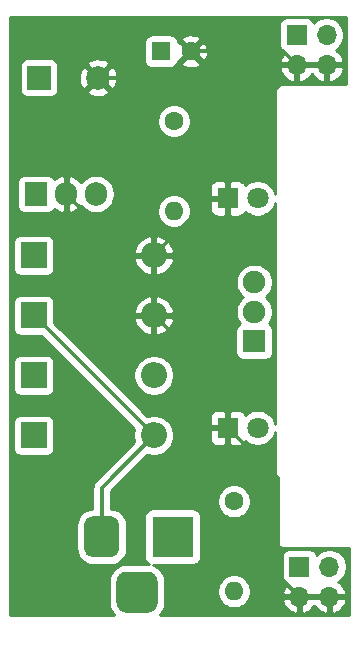
<source format=gbr>
%TF.GenerationSoftware,KiCad,Pcbnew,(5.1.9)-1*%
%TF.CreationDate,2021-10-20T23:10:06+02:00*%
%TF.ProjectId,BreadBoardPowerSupply,42726561-6442-46f6-9172-64506f776572,V1*%
%TF.SameCoordinates,Original*%
%TF.FileFunction,Copper,L2,Bot*%
%TF.FilePolarity,Positive*%
%FSLAX46Y46*%
G04 Gerber Fmt 4.6, Leading zero omitted, Abs format (unit mm)*
G04 Created by KiCad (PCBNEW (5.1.9)-1) date 2021-10-20 23:10:06*
%MOMM*%
%LPD*%
G01*
G04 APERTURE LIST*
%TA.AperFunction,ComponentPad*%
%ADD10R,2.000000X2.000000*%
%TD*%
%TA.AperFunction,ComponentPad*%
%ADD11C,2.000000*%
%TD*%
%TA.AperFunction,ComponentPad*%
%ADD12R,1.600000X1.600000*%
%TD*%
%TA.AperFunction,ComponentPad*%
%ADD13C,1.600000*%
%TD*%
%TA.AperFunction,ComponentPad*%
%ADD14R,2.200000X2.200000*%
%TD*%
%TA.AperFunction,ComponentPad*%
%ADD15O,2.200000X2.200000*%
%TD*%
%TA.AperFunction,ComponentPad*%
%ADD16R,1.800000X1.800000*%
%TD*%
%TA.AperFunction,ComponentPad*%
%ADD17C,1.800000*%
%TD*%
%TA.AperFunction,ComponentPad*%
%ADD18R,3.500000X3.500000*%
%TD*%
%TA.AperFunction,ComponentPad*%
%ADD19R,1.700000X1.700000*%
%TD*%
%TA.AperFunction,ComponentPad*%
%ADD20O,1.700000X1.700000*%
%TD*%
%TA.AperFunction,ComponentPad*%
%ADD21O,1.600000X1.600000*%
%TD*%
%TA.AperFunction,ComponentPad*%
%ADD22R,1.900000X1.900000*%
%TD*%
%TA.AperFunction,ComponentPad*%
%ADD23C,1.900000*%
%TD*%
%TA.AperFunction,ComponentPad*%
%ADD24R,1.905000X2.000000*%
%TD*%
%TA.AperFunction,ComponentPad*%
%ADD25O,1.905000X2.000000*%
%TD*%
%TA.AperFunction,Conductor*%
%ADD26C,0.300000*%
%TD*%
%TA.AperFunction,Conductor*%
%ADD27C,0.254000*%
%TD*%
%TA.AperFunction,Conductor*%
%ADD28C,0.100000*%
%TD*%
G04 APERTURE END LIST*
D10*
%TO.P,C1,1*%
%TO.N,/Vin*%
X131381500Y-68135500D03*
D11*
%TO.P,C1,2*%
%TO.N,/GND*%
X136381500Y-68135500D03*
%TD*%
D12*
%TO.P,C2,1*%
%TO.N,/Vout1*%
X141732000Y-65913000D03*
D13*
%TO.P,C2,2*%
%TO.N,/GND*%
X144232000Y-65913000D03*
%TD*%
D14*
%TO.P,D1,1*%
%TO.N,/Vin*%
X130937000Y-93345000D03*
D15*
%TO.P,D1,2*%
%TO.N,Net-(D1-Pad2)*%
X141097000Y-93345000D03*
%TD*%
D14*
%TO.P,D2,1*%
%TO.N,Net-(D1-Pad2)*%
X130937000Y-83185000D03*
D15*
%TO.P,D2,2*%
%TO.N,/GND*%
X141097000Y-83185000D03*
%TD*%
%TO.P,D3,2*%
%TO.N,Net-(D3-Pad2)*%
X141097000Y-98425000D03*
D14*
%TO.P,D3,1*%
%TO.N,/Vin*%
X130937000Y-98425000D03*
%TD*%
D15*
%TO.P,D4,2*%
%TO.N,/GND*%
X141097000Y-88265000D03*
D14*
%TO.P,D4,1*%
%TO.N,Net-(D3-Pad2)*%
X130937000Y-88265000D03*
%TD*%
D16*
%TO.P,D5,1*%
%TO.N,/GND*%
X147356000Y-97790000D03*
D17*
%TO.P,D5,2*%
%TO.N,Net-(D5-Pad2)*%
X149896000Y-97790000D03*
%TD*%
%TO.P,D6,2*%
%TO.N,Net-(D6-Pad2)*%
X149896000Y-78359000D03*
D16*
%TO.P,D6,1*%
%TO.N,/GND*%
X147356000Y-78359000D03*
%TD*%
D18*
%TO.P,J1,1*%
%TO.N,Net-(D1-Pad2)*%
X142684500Y-106997500D03*
%TO.P,J1,2*%
%TO.N,Net-(D3-Pad2)*%
%TA.AperFunction,ComponentPad*%
G36*
G01*
X135184500Y-107997500D02*
X135184500Y-105997500D01*
G75*
G02*
X135934500Y-105247500I750000J0D01*
G01*
X137434500Y-105247500D01*
G75*
G02*
X138184500Y-105997500I0J-750000D01*
G01*
X138184500Y-107997500D01*
G75*
G02*
X137434500Y-108747500I-750000J0D01*
G01*
X135934500Y-108747500D01*
G75*
G02*
X135184500Y-107997500I0J750000D01*
G01*
G37*
%TD.AperFunction*%
%TO.P,J1,3*%
%TO.N,Net-(J1-Pad3)*%
%TA.AperFunction,ComponentPad*%
G36*
G01*
X137934500Y-112572500D02*
X137934500Y-110822500D01*
G75*
G02*
X138809500Y-109947500I875000J0D01*
G01*
X140559500Y-109947500D01*
G75*
G02*
X141434500Y-110822500I0J-875000D01*
G01*
X141434500Y-112572500D01*
G75*
G02*
X140559500Y-113447500I-875000J0D01*
G01*
X138809500Y-113447500D01*
G75*
G02*
X137934500Y-112572500I0J875000D01*
G01*
G37*
%TD.AperFunction*%
%TD*%
D19*
%TO.P,J2,1*%
%TO.N,/Vout2*%
X153190000Y-64516000D03*
D20*
%TO.P,J2,2*%
X155730000Y-64516000D03*
%TO.P,J2,3*%
%TO.N,/GND*%
X153190000Y-67056000D03*
%TO.P,J2,4*%
X155730000Y-67056000D03*
%TD*%
%TO.P,J3,4*%
%TO.N,/GND*%
X155964000Y-112068000D03*
%TO.P,J3,3*%
X153424000Y-112068000D03*
%TO.P,J3,2*%
%TO.N,/Vout2*%
X155964000Y-109528000D03*
D19*
%TO.P,J3,1*%
X153424000Y-109528000D03*
%TD*%
D21*
%TO.P,R1,2*%
%TO.N,Net-(D5-Pad2)*%
X147891500Y-111633000D03*
D13*
%TO.P,R1,1*%
%TO.N,/Vout1*%
X147891500Y-104013000D03*
%TD*%
%TO.P,R2,1*%
%TO.N,/Vout2*%
X142811500Y-71818500D03*
D21*
%TO.P,R2,2*%
%TO.N,Net-(D6-Pad2)*%
X142811500Y-79438500D03*
%TD*%
D22*
%TO.P,SW1,1*%
%TO.N,Net-(SW1-Pad1)*%
X149606000Y-90454500D03*
D23*
%TO.P,SW1,2*%
%TO.N,/Vout1*%
X149606000Y-87954500D03*
%TO.P,SW1,3*%
%TO.N,/Vout2*%
X149606000Y-85454500D03*
%TD*%
D24*
%TO.P,U1,1*%
%TO.N,/Vin*%
X131127500Y-77978000D03*
D25*
%TO.P,U1,2*%
%TO.N,/GND*%
X133667500Y-77978000D03*
%TO.P,U1,3*%
%TO.N,/Vout1*%
X136207500Y-77978000D03*
%TD*%
D26*
%TO.N,/GND*%
X155964000Y-112068000D02*
X153424000Y-112068000D01*
X151574990Y-102008990D02*
X147356000Y-97790000D01*
X151574990Y-110218990D02*
X151574990Y-102008990D01*
X153424000Y-112068000D02*
X151574990Y-110218990D01*
X147356000Y-94524000D02*
X141097000Y-88265000D01*
X147356000Y-97790000D02*
X147356000Y-94524000D01*
X141097000Y-88265000D02*
X141097000Y-83185000D01*
X145923000Y-78359000D02*
X147356000Y-78359000D01*
X141097000Y-83185000D02*
X145923000Y-78359000D01*
X138874500Y-83185000D02*
X133667500Y-77978000D01*
X141097000Y-83185000D02*
X138874500Y-83185000D01*
X133667500Y-70849500D02*
X136381500Y-68135500D01*
X133667500Y-77978000D02*
X133667500Y-70849500D01*
X142009500Y-68135500D02*
X144232000Y-65913000D01*
X136381500Y-68135500D02*
X142009500Y-68135500D01*
X152047000Y-65913000D02*
X153190000Y-67056000D01*
X144232000Y-65913000D02*
X152047000Y-65913000D01*
X153190000Y-67056000D02*
X155730000Y-67056000D01*
%TO.N,Net-(D3-Pad2)*%
X136684500Y-102837500D02*
X141097000Y-98425000D01*
X136684500Y-106997500D02*
X136684500Y-102837500D01*
X141097000Y-98425000D02*
X130937000Y-88265000D01*
%TD*%
D27*
%TO.N,/GND*%
X157390000Y-68640000D02*
X152082419Y-68640000D01*
X152050000Y-68636807D01*
X152017581Y-68640000D01*
X151920617Y-68649550D01*
X151796207Y-68687290D01*
X151681550Y-68748575D01*
X151581052Y-68831052D01*
X151498575Y-68931550D01*
X151437290Y-69046207D01*
X151399550Y-69170617D01*
X151386807Y-69300000D01*
X151390001Y-69332429D01*
X151390001Y-78001698D01*
X151372011Y-77911257D01*
X151256299Y-77631905D01*
X151088312Y-77380495D01*
X150874505Y-77166688D01*
X150623095Y-76998701D01*
X150343743Y-76882989D01*
X150047184Y-76824000D01*
X149744816Y-76824000D01*
X149448257Y-76882989D01*
X149168905Y-76998701D01*
X148917495Y-77166688D01*
X148851056Y-77233127D01*
X148845502Y-77214820D01*
X148786537Y-77104506D01*
X148707185Y-77007815D01*
X148610494Y-76928463D01*
X148500180Y-76869498D01*
X148380482Y-76833188D01*
X148256000Y-76820928D01*
X147641750Y-76824000D01*
X147483000Y-76982750D01*
X147483000Y-78232000D01*
X147503000Y-78232000D01*
X147503000Y-78486000D01*
X147483000Y-78486000D01*
X147483000Y-79735250D01*
X147641750Y-79894000D01*
X148256000Y-79897072D01*
X148380482Y-79884812D01*
X148500180Y-79848502D01*
X148610494Y-79789537D01*
X148707185Y-79710185D01*
X148786537Y-79613494D01*
X148845502Y-79503180D01*
X148851056Y-79484873D01*
X148917495Y-79551312D01*
X149168905Y-79719299D01*
X149448257Y-79835011D01*
X149744816Y-79894000D01*
X150047184Y-79894000D01*
X150343743Y-79835011D01*
X150623095Y-79719299D01*
X150874505Y-79551312D01*
X151088312Y-79337505D01*
X151256299Y-79086095D01*
X151372011Y-78806743D01*
X151390001Y-78716302D01*
X151390000Y-97432696D01*
X151372011Y-97342257D01*
X151256299Y-97062905D01*
X151088312Y-96811495D01*
X150874505Y-96597688D01*
X150623095Y-96429701D01*
X150343743Y-96313989D01*
X150047184Y-96255000D01*
X149744816Y-96255000D01*
X149448257Y-96313989D01*
X149168905Y-96429701D01*
X148917495Y-96597688D01*
X148851056Y-96664127D01*
X148845502Y-96645820D01*
X148786537Y-96535506D01*
X148707185Y-96438815D01*
X148610494Y-96359463D01*
X148500180Y-96300498D01*
X148380482Y-96264188D01*
X148256000Y-96251928D01*
X147641750Y-96255000D01*
X147483000Y-96413750D01*
X147483000Y-97663000D01*
X147503000Y-97663000D01*
X147503000Y-97917000D01*
X147483000Y-97917000D01*
X147483000Y-99166250D01*
X147641750Y-99325000D01*
X148256000Y-99328072D01*
X148380482Y-99315812D01*
X148500180Y-99279502D01*
X148610494Y-99220537D01*
X148707185Y-99141185D01*
X148786537Y-99044494D01*
X148845502Y-98934180D01*
X148851056Y-98915873D01*
X148917495Y-98982312D01*
X149168905Y-99150299D01*
X149448257Y-99266011D01*
X149744816Y-99325000D01*
X150047184Y-99325000D01*
X150343743Y-99266011D01*
X150623095Y-99150299D01*
X150874505Y-98982312D01*
X151088312Y-98768505D01*
X151256299Y-98517095D01*
X151372011Y-98237743D01*
X151390000Y-98147305D01*
X151390000Y-107267581D01*
X151386807Y-107300000D01*
X151399550Y-107429383D01*
X151437290Y-107553793D01*
X151498575Y-107668450D01*
X151546014Y-107726254D01*
X151581052Y-107768948D01*
X151681550Y-107851425D01*
X151796207Y-107912710D01*
X151920617Y-107950450D01*
X152050000Y-107963193D01*
X152082419Y-107960000D01*
X157610001Y-107960000D01*
X157610000Y-113640000D01*
X141631375Y-113640000D01*
X141817573Y-113413118D01*
X141957396Y-113151528D01*
X142043499Y-112867686D01*
X142072572Y-112572500D01*
X142072572Y-111491665D01*
X146456500Y-111491665D01*
X146456500Y-111774335D01*
X146511647Y-112051574D01*
X146619820Y-112312727D01*
X146776863Y-112547759D01*
X146976741Y-112747637D01*
X147211773Y-112904680D01*
X147472926Y-113012853D01*
X147750165Y-113068000D01*
X148032835Y-113068000D01*
X148310074Y-113012853D01*
X148571227Y-112904680D01*
X148806259Y-112747637D01*
X149006137Y-112547759D01*
X149088235Y-112424890D01*
X151982524Y-112424890D01*
X152027175Y-112572099D01*
X152152359Y-112834920D01*
X152326412Y-113068269D01*
X152542645Y-113263178D01*
X152792748Y-113412157D01*
X153067109Y-113509481D01*
X153297000Y-113388814D01*
X153297000Y-112195000D01*
X153551000Y-112195000D01*
X153551000Y-113388814D01*
X153780891Y-113509481D01*
X154055252Y-113412157D01*
X154305355Y-113263178D01*
X154521588Y-113068269D01*
X154694000Y-112837120D01*
X154866412Y-113068269D01*
X155082645Y-113263178D01*
X155332748Y-113412157D01*
X155607109Y-113509481D01*
X155837000Y-113388814D01*
X155837000Y-112195000D01*
X156091000Y-112195000D01*
X156091000Y-113388814D01*
X156320891Y-113509481D01*
X156595252Y-113412157D01*
X156845355Y-113263178D01*
X157061588Y-113068269D01*
X157235641Y-112834920D01*
X157360825Y-112572099D01*
X157405476Y-112424890D01*
X157284155Y-112195000D01*
X156091000Y-112195000D01*
X155837000Y-112195000D01*
X153551000Y-112195000D01*
X153297000Y-112195000D01*
X152103845Y-112195000D01*
X151982524Y-112424890D01*
X149088235Y-112424890D01*
X149163180Y-112312727D01*
X149271353Y-112051574D01*
X149326500Y-111774335D01*
X149326500Y-111491665D01*
X149271353Y-111214426D01*
X149163180Y-110953273D01*
X149006137Y-110718241D01*
X148806259Y-110518363D01*
X148571227Y-110361320D01*
X148310074Y-110253147D01*
X148032835Y-110198000D01*
X147750165Y-110198000D01*
X147472926Y-110253147D01*
X147211773Y-110361320D01*
X146976741Y-110518363D01*
X146776863Y-110718241D01*
X146619820Y-110953273D01*
X146511647Y-111214426D01*
X146456500Y-111491665D01*
X142072572Y-111491665D01*
X142072572Y-110822500D01*
X142043499Y-110527314D01*
X141957396Y-110243472D01*
X141817573Y-109981882D01*
X141629403Y-109752597D01*
X141400118Y-109564427D01*
X141138528Y-109424604D01*
X141009857Y-109385572D01*
X144434500Y-109385572D01*
X144558982Y-109373312D01*
X144678680Y-109337002D01*
X144788994Y-109278037D01*
X144885685Y-109198685D01*
X144965037Y-109101994D01*
X145024002Y-108991680D01*
X145060312Y-108871982D01*
X145072572Y-108747500D01*
X145072572Y-108678000D01*
X151935928Y-108678000D01*
X151935928Y-110378000D01*
X151948188Y-110502482D01*
X151984498Y-110622180D01*
X152043463Y-110732494D01*
X152122815Y-110829185D01*
X152219506Y-110908537D01*
X152329820Y-110967502D01*
X152410466Y-110991966D01*
X152326412Y-111067731D01*
X152152359Y-111301080D01*
X152027175Y-111563901D01*
X151982524Y-111711110D01*
X152103845Y-111941000D01*
X153297000Y-111941000D01*
X153297000Y-111921000D01*
X153551000Y-111921000D01*
X153551000Y-111941000D01*
X155837000Y-111941000D01*
X155837000Y-111921000D01*
X156091000Y-111921000D01*
X156091000Y-111941000D01*
X157284155Y-111941000D01*
X157405476Y-111711110D01*
X157360825Y-111563901D01*
X157235641Y-111301080D01*
X157061588Y-111067731D01*
X156845355Y-110872822D01*
X156728466Y-110803195D01*
X156910632Y-110681475D01*
X157117475Y-110474632D01*
X157279990Y-110231411D01*
X157391932Y-109961158D01*
X157449000Y-109674260D01*
X157449000Y-109381740D01*
X157391932Y-109094842D01*
X157279990Y-108824589D01*
X157117475Y-108581368D01*
X156910632Y-108374525D01*
X156667411Y-108212010D01*
X156397158Y-108100068D01*
X156110260Y-108043000D01*
X155817740Y-108043000D01*
X155530842Y-108100068D01*
X155260589Y-108212010D01*
X155017368Y-108374525D01*
X154885513Y-108506380D01*
X154863502Y-108433820D01*
X154804537Y-108323506D01*
X154725185Y-108226815D01*
X154628494Y-108147463D01*
X154518180Y-108088498D01*
X154398482Y-108052188D01*
X154274000Y-108039928D01*
X152574000Y-108039928D01*
X152449518Y-108052188D01*
X152329820Y-108088498D01*
X152219506Y-108147463D01*
X152122815Y-108226815D01*
X152043463Y-108323506D01*
X151984498Y-108433820D01*
X151948188Y-108553518D01*
X151935928Y-108678000D01*
X145072572Y-108678000D01*
X145072572Y-105247500D01*
X145060312Y-105123018D01*
X145024002Y-105003320D01*
X144965037Y-104893006D01*
X144885685Y-104796315D01*
X144788994Y-104716963D01*
X144678680Y-104657998D01*
X144558982Y-104621688D01*
X144434500Y-104609428D01*
X140934500Y-104609428D01*
X140810018Y-104621688D01*
X140690320Y-104657998D01*
X140580006Y-104716963D01*
X140483315Y-104796315D01*
X140403963Y-104893006D01*
X140344998Y-105003320D01*
X140308688Y-105123018D01*
X140296428Y-105247500D01*
X140296428Y-108747500D01*
X140308688Y-108871982D01*
X140344998Y-108991680D01*
X140403963Y-109101994D01*
X140483315Y-109198685D01*
X140580006Y-109278037D01*
X140656631Y-109318994D01*
X140559500Y-109309428D01*
X138809500Y-109309428D01*
X138514314Y-109338501D01*
X138230472Y-109424604D01*
X137968882Y-109564427D01*
X137739597Y-109752597D01*
X137551427Y-109981882D01*
X137411604Y-110243472D01*
X137325501Y-110527314D01*
X137296428Y-110822500D01*
X137296428Y-112572500D01*
X137325501Y-112867686D01*
X137411604Y-113151528D01*
X137551427Y-113413118D01*
X137737625Y-113640000D01*
X128930000Y-113640000D01*
X128930000Y-97325000D01*
X129198928Y-97325000D01*
X129198928Y-99525000D01*
X129211188Y-99649482D01*
X129247498Y-99769180D01*
X129306463Y-99879494D01*
X129385815Y-99976185D01*
X129482506Y-100055537D01*
X129592820Y-100114502D01*
X129712518Y-100150812D01*
X129837000Y-100163072D01*
X132037000Y-100163072D01*
X132161482Y-100150812D01*
X132281180Y-100114502D01*
X132391494Y-100055537D01*
X132488185Y-99976185D01*
X132567537Y-99879494D01*
X132626502Y-99769180D01*
X132662812Y-99649482D01*
X132675072Y-99525000D01*
X132675072Y-97325000D01*
X132662812Y-97200518D01*
X132626502Y-97080820D01*
X132567537Y-96970506D01*
X132488185Y-96873815D01*
X132391494Y-96794463D01*
X132281180Y-96735498D01*
X132161482Y-96699188D01*
X132037000Y-96686928D01*
X129837000Y-96686928D01*
X129712518Y-96699188D01*
X129592820Y-96735498D01*
X129482506Y-96794463D01*
X129385815Y-96873815D01*
X129306463Y-96970506D01*
X129247498Y-97080820D01*
X129211188Y-97200518D01*
X129198928Y-97325000D01*
X128930000Y-97325000D01*
X128930000Y-92245000D01*
X129198928Y-92245000D01*
X129198928Y-94445000D01*
X129211188Y-94569482D01*
X129247498Y-94689180D01*
X129306463Y-94799494D01*
X129385815Y-94896185D01*
X129482506Y-94975537D01*
X129592820Y-95034502D01*
X129712518Y-95070812D01*
X129837000Y-95083072D01*
X132037000Y-95083072D01*
X132161482Y-95070812D01*
X132281180Y-95034502D01*
X132391494Y-94975537D01*
X132488185Y-94896185D01*
X132567537Y-94799494D01*
X132626502Y-94689180D01*
X132662812Y-94569482D01*
X132675072Y-94445000D01*
X132675072Y-92245000D01*
X132662812Y-92120518D01*
X132626502Y-92000820D01*
X132567537Y-91890506D01*
X132488185Y-91793815D01*
X132391494Y-91714463D01*
X132281180Y-91655498D01*
X132161482Y-91619188D01*
X132037000Y-91606928D01*
X129837000Y-91606928D01*
X129712518Y-91619188D01*
X129592820Y-91655498D01*
X129482506Y-91714463D01*
X129385815Y-91793815D01*
X129306463Y-91890506D01*
X129247498Y-92000820D01*
X129211188Y-92120518D01*
X129198928Y-92245000D01*
X128930000Y-92245000D01*
X128930000Y-87165000D01*
X129198928Y-87165000D01*
X129198928Y-89365000D01*
X129211188Y-89489482D01*
X129247498Y-89609180D01*
X129306463Y-89719494D01*
X129385815Y-89816185D01*
X129482506Y-89895537D01*
X129592820Y-89954502D01*
X129712518Y-89990812D01*
X129837000Y-90003072D01*
X131564915Y-90003072D01*
X139443931Y-97882088D01*
X139428675Y-97918919D01*
X139362000Y-98254117D01*
X139362000Y-98595883D01*
X139428675Y-98931081D01*
X139443931Y-98967912D01*
X136156685Y-102255158D01*
X136126737Y-102279736D01*
X136102159Y-102309684D01*
X136102155Y-102309688D01*
X136069190Y-102349856D01*
X136028639Y-102399267D01*
X135989677Y-102472160D01*
X135955746Y-102535641D01*
X135910859Y-102683614D01*
X135895703Y-102837500D01*
X135899501Y-102876063D01*
X135899501Y-104612875D01*
X135663701Y-104636099D01*
X135403308Y-104715089D01*
X135163329Y-104843360D01*
X134952985Y-105015985D01*
X134780360Y-105226329D01*
X134652089Y-105466308D01*
X134573099Y-105726701D01*
X134546428Y-105997500D01*
X134546428Y-107997500D01*
X134573099Y-108268299D01*
X134652089Y-108528692D01*
X134780360Y-108768671D01*
X134952985Y-108979015D01*
X135163329Y-109151640D01*
X135403308Y-109279911D01*
X135663701Y-109358901D01*
X135934500Y-109385572D01*
X137434500Y-109385572D01*
X137705299Y-109358901D01*
X137965692Y-109279911D01*
X138205671Y-109151640D01*
X138416015Y-108979015D01*
X138588640Y-108768671D01*
X138716911Y-108528692D01*
X138795901Y-108268299D01*
X138822572Y-107997500D01*
X138822572Y-105997500D01*
X138795901Y-105726701D01*
X138716911Y-105466308D01*
X138588640Y-105226329D01*
X138416015Y-105015985D01*
X138205671Y-104843360D01*
X137965692Y-104715089D01*
X137705299Y-104636099D01*
X137469500Y-104612875D01*
X137469500Y-103871665D01*
X146456500Y-103871665D01*
X146456500Y-104154335D01*
X146511647Y-104431574D01*
X146619820Y-104692727D01*
X146776863Y-104927759D01*
X146976741Y-105127637D01*
X147211773Y-105284680D01*
X147472926Y-105392853D01*
X147750165Y-105448000D01*
X148032835Y-105448000D01*
X148310074Y-105392853D01*
X148571227Y-105284680D01*
X148806259Y-105127637D01*
X149006137Y-104927759D01*
X149163180Y-104692727D01*
X149271353Y-104431574D01*
X149326500Y-104154335D01*
X149326500Y-103871665D01*
X149271353Y-103594426D01*
X149163180Y-103333273D01*
X149006137Y-103098241D01*
X148806259Y-102898363D01*
X148571227Y-102741320D01*
X148310074Y-102633147D01*
X148032835Y-102578000D01*
X147750165Y-102578000D01*
X147472926Y-102633147D01*
X147211773Y-102741320D01*
X146976741Y-102898363D01*
X146776863Y-103098241D01*
X146619820Y-103333273D01*
X146511647Y-103594426D01*
X146456500Y-103871665D01*
X137469500Y-103871665D01*
X137469500Y-103162657D01*
X140554088Y-100078069D01*
X140590919Y-100093325D01*
X140926117Y-100160000D01*
X141267883Y-100160000D01*
X141603081Y-100093325D01*
X141918831Y-99962537D01*
X142202998Y-99772663D01*
X142444663Y-99530998D01*
X142634537Y-99246831D01*
X142765325Y-98931081D01*
X142813278Y-98690000D01*
X145817928Y-98690000D01*
X145830188Y-98814482D01*
X145866498Y-98934180D01*
X145925463Y-99044494D01*
X146004815Y-99141185D01*
X146101506Y-99220537D01*
X146211820Y-99279502D01*
X146331518Y-99315812D01*
X146456000Y-99328072D01*
X147070250Y-99325000D01*
X147229000Y-99166250D01*
X147229000Y-97917000D01*
X145979750Y-97917000D01*
X145821000Y-98075750D01*
X145817928Y-98690000D01*
X142813278Y-98690000D01*
X142832000Y-98595883D01*
X142832000Y-98254117D01*
X142765325Y-97918919D01*
X142634537Y-97603169D01*
X142444663Y-97319002D01*
X142202998Y-97077337D01*
X141922628Y-96890000D01*
X145817928Y-96890000D01*
X145821000Y-97504250D01*
X145979750Y-97663000D01*
X147229000Y-97663000D01*
X147229000Y-96413750D01*
X147070250Y-96255000D01*
X146456000Y-96251928D01*
X146331518Y-96264188D01*
X146211820Y-96300498D01*
X146101506Y-96359463D01*
X146004815Y-96438815D01*
X145925463Y-96535506D01*
X145866498Y-96645820D01*
X145830188Y-96765518D01*
X145817928Y-96890000D01*
X141922628Y-96890000D01*
X141918831Y-96887463D01*
X141603081Y-96756675D01*
X141267883Y-96690000D01*
X140926117Y-96690000D01*
X140590919Y-96756675D01*
X140554088Y-96771931D01*
X136956274Y-93174117D01*
X139362000Y-93174117D01*
X139362000Y-93515883D01*
X139428675Y-93851081D01*
X139559463Y-94166831D01*
X139749337Y-94450998D01*
X139991002Y-94692663D01*
X140275169Y-94882537D01*
X140590919Y-95013325D01*
X140926117Y-95080000D01*
X141267883Y-95080000D01*
X141603081Y-95013325D01*
X141918831Y-94882537D01*
X142202998Y-94692663D01*
X142444663Y-94450998D01*
X142634537Y-94166831D01*
X142765325Y-93851081D01*
X142832000Y-93515883D01*
X142832000Y-93174117D01*
X142765325Y-92838919D01*
X142634537Y-92523169D01*
X142444663Y-92239002D01*
X142202998Y-91997337D01*
X141918831Y-91807463D01*
X141603081Y-91676675D01*
X141267883Y-91610000D01*
X140926117Y-91610000D01*
X140590919Y-91676675D01*
X140275169Y-91807463D01*
X139991002Y-91997337D01*
X139749337Y-92239002D01*
X139559463Y-92523169D01*
X139428675Y-92838919D01*
X139362000Y-93174117D01*
X136956274Y-93174117D01*
X132675072Y-88892915D01*
X132675072Y-88661122D01*
X139407825Y-88661122D01*
X139472425Y-88874094D01*
X139622469Y-89179329D01*
X139829178Y-89449427D01*
X140084609Y-89674008D01*
X140378946Y-89844442D01*
X140700877Y-89954179D01*
X140970000Y-89836600D01*
X140970000Y-88392000D01*
X141224000Y-88392000D01*
X141224000Y-89836600D01*
X141493123Y-89954179D01*
X141815054Y-89844442D01*
X142109391Y-89674008D01*
X142302183Y-89504500D01*
X148017928Y-89504500D01*
X148017928Y-91404500D01*
X148030188Y-91528982D01*
X148066498Y-91648680D01*
X148125463Y-91758994D01*
X148204815Y-91855685D01*
X148301506Y-91935037D01*
X148411820Y-91994002D01*
X148531518Y-92030312D01*
X148656000Y-92042572D01*
X150556000Y-92042572D01*
X150680482Y-92030312D01*
X150800180Y-91994002D01*
X150910494Y-91935037D01*
X151007185Y-91855685D01*
X151086537Y-91758994D01*
X151145502Y-91648680D01*
X151181812Y-91528982D01*
X151194072Y-91404500D01*
X151194072Y-89504500D01*
X151181812Y-89380018D01*
X151145502Y-89260320D01*
X151086537Y-89150006D01*
X151007185Y-89053315D01*
X150910494Y-88973963D01*
X150851979Y-88942686D01*
X151010609Y-88705279D01*
X151130089Y-88416827D01*
X151191000Y-88110609D01*
X151191000Y-87798391D01*
X151130089Y-87492173D01*
X151010609Y-87203721D01*
X150837150Y-86944121D01*
X150616379Y-86723350D01*
X150588168Y-86704500D01*
X150616379Y-86685650D01*
X150837150Y-86464879D01*
X151010609Y-86205279D01*
X151130089Y-85916827D01*
X151191000Y-85610609D01*
X151191000Y-85298391D01*
X151130089Y-84992173D01*
X151010609Y-84703721D01*
X150837150Y-84444121D01*
X150616379Y-84223350D01*
X150356779Y-84049891D01*
X150068327Y-83930411D01*
X149762109Y-83869500D01*
X149449891Y-83869500D01*
X149143673Y-83930411D01*
X148855221Y-84049891D01*
X148595621Y-84223350D01*
X148374850Y-84444121D01*
X148201391Y-84703721D01*
X148081911Y-84992173D01*
X148021000Y-85298391D01*
X148021000Y-85610609D01*
X148081911Y-85916827D01*
X148201391Y-86205279D01*
X148374850Y-86464879D01*
X148595621Y-86685650D01*
X148623832Y-86704500D01*
X148595621Y-86723350D01*
X148374850Y-86944121D01*
X148201391Y-87203721D01*
X148081911Y-87492173D01*
X148021000Y-87798391D01*
X148021000Y-88110609D01*
X148081911Y-88416827D01*
X148201391Y-88705279D01*
X148360021Y-88942686D01*
X148301506Y-88973963D01*
X148204815Y-89053315D01*
X148125463Y-89150006D01*
X148066498Y-89260320D01*
X148030188Y-89380018D01*
X148017928Y-89504500D01*
X142302183Y-89504500D01*
X142364822Y-89449427D01*
X142571531Y-89179329D01*
X142721575Y-88874094D01*
X142786175Y-88661122D01*
X142668125Y-88392000D01*
X141224000Y-88392000D01*
X140970000Y-88392000D01*
X139525875Y-88392000D01*
X139407825Y-88661122D01*
X132675072Y-88661122D01*
X132675072Y-87868878D01*
X139407825Y-87868878D01*
X139525875Y-88138000D01*
X140970000Y-88138000D01*
X140970000Y-86693400D01*
X141224000Y-86693400D01*
X141224000Y-88138000D01*
X142668125Y-88138000D01*
X142786175Y-87868878D01*
X142721575Y-87655906D01*
X142571531Y-87350671D01*
X142364822Y-87080573D01*
X142109391Y-86855992D01*
X141815054Y-86685558D01*
X141493123Y-86575821D01*
X141224000Y-86693400D01*
X140970000Y-86693400D01*
X140700877Y-86575821D01*
X140378946Y-86685558D01*
X140084609Y-86855992D01*
X139829178Y-87080573D01*
X139622469Y-87350671D01*
X139472425Y-87655906D01*
X139407825Y-87868878D01*
X132675072Y-87868878D01*
X132675072Y-87165000D01*
X132662812Y-87040518D01*
X132626502Y-86920820D01*
X132567537Y-86810506D01*
X132488185Y-86713815D01*
X132391494Y-86634463D01*
X132281180Y-86575498D01*
X132161482Y-86539188D01*
X132037000Y-86526928D01*
X129837000Y-86526928D01*
X129712518Y-86539188D01*
X129592820Y-86575498D01*
X129482506Y-86634463D01*
X129385815Y-86713815D01*
X129306463Y-86810506D01*
X129247498Y-86920820D01*
X129211188Y-87040518D01*
X129198928Y-87165000D01*
X128930000Y-87165000D01*
X128930000Y-82085000D01*
X129198928Y-82085000D01*
X129198928Y-84285000D01*
X129211188Y-84409482D01*
X129247498Y-84529180D01*
X129306463Y-84639494D01*
X129385815Y-84736185D01*
X129482506Y-84815537D01*
X129592820Y-84874502D01*
X129712518Y-84910812D01*
X129837000Y-84923072D01*
X132037000Y-84923072D01*
X132161482Y-84910812D01*
X132281180Y-84874502D01*
X132391494Y-84815537D01*
X132488185Y-84736185D01*
X132567537Y-84639494D01*
X132626502Y-84529180D01*
X132662812Y-84409482D01*
X132675072Y-84285000D01*
X132675072Y-83581122D01*
X139407825Y-83581122D01*
X139472425Y-83794094D01*
X139622469Y-84099329D01*
X139829178Y-84369427D01*
X140084609Y-84594008D01*
X140378946Y-84764442D01*
X140700877Y-84874179D01*
X140970000Y-84756600D01*
X140970000Y-83312000D01*
X141224000Y-83312000D01*
X141224000Y-84756600D01*
X141493123Y-84874179D01*
X141815054Y-84764442D01*
X142109391Y-84594008D01*
X142364822Y-84369427D01*
X142571531Y-84099329D01*
X142721575Y-83794094D01*
X142786175Y-83581122D01*
X142668125Y-83312000D01*
X141224000Y-83312000D01*
X140970000Y-83312000D01*
X139525875Y-83312000D01*
X139407825Y-83581122D01*
X132675072Y-83581122D01*
X132675072Y-82788878D01*
X139407825Y-82788878D01*
X139525875Y-83058000D01*
X140970000Y-83058000D01*
X140970000Y-81613400D01*
X141224000Y-81613400D01*
X141224000Y-83058000D01*
X142668125Y-83058000D01*
X142786175Y-82788878D01*
X142721575Y-82575906D01*
X142571531Y-82270671D01*
X142364822Y-82000573D01*
X142109391Y-81775992D01*
X141815054Y-81605558D01*
X141493123Y-81495821D01*
X141224000Y-81613400D01*
X140970000Y-81613400D01*
X140700877Y-81495821D01*
X140378946Y-81605558D01*
X140084609Y-81775992D01*
X139829178Y-82000573D01*
X139622469Y-82270671D01*
X139472425Y-82575906D01*
X139407825Y-82788878D01*
X132675072Y-82788878D01*
X132675072Y-82085000D01*
X132662812Y-81960518D01*
X132626502Y-81840820D01*
X132567537Y-81730506D01*
X132488185Y-81633815D01*
X132391494Y-81554463D01*
X132281180Y-81495498D01*
X132161482Y-81459188D01*
X132037000Y-81446928D01*
X129837000Y-81446928D01*
X129712518Y-81459188D01*
X129592820Y-81495498D01*
X129482506Y-81554463D01*
X129385815Y-81633815D01*
X129306463Y-81730506D01*
X129247498Y-81840820D01*
X129211188Y-81960518D01*
X129198928Y-82085000D01*
X128930000Y-82085000D01*
X128930000Y-76978000D01*
X129536928Y-76978000D01*
X129536928Y-78978000D01*
X129549188Y-79102482D01*
X129585498Y-79222180D01*
X129644463Y-79332494D01*
X129723815Y-79429185D01*
X129820506Y-79508537D01*
X129930820Y-79567502D01*
X130050518Y-79603812D01*
X130175000Y-79616072D01*
X132080000Y-79616072D01*
X132204482Y-79603812D01*
X132324180Y-79567502D01*
X132434494Y-79508537D01*
X132531185Y-79429185D01*
X132610537Y-79332494D01*
X132659559Y-79240781D01*
X132800577Y-79353969D01*
X133076406Y-79497571D01*
X133294520Y-79568563D01*
X133540500Y-79448594D01*
X133540500Y-78105000D01*
X133520500Y-78105000D01*
X133520500Y-77851000D01*
X133540500Y-77851000D01*
X133540500Y-76507406D01*
X133794500Y-76507406D01*
X133794500Y-77851000D01*
X133814500Y-77851000D01*
X133814500Y-78105000D01*
X133794500Y-78105000D01*
X133794500Y-79448594D01*
X134040480Y-79568563D01*
X134258594Y-79497571D01*
X134534423Y-79353969D01*
X134776937Y-79159315D01*
X134932337Y-78974101D01*
X135079537Y-79153463D01*
X135321266Y-79351845D01*
X135597052Y-79499255D01*
X135896297Y-79590030D01*
X136207500Y-79620681D01*
X136518704Y-79590030D01*
X136817949Y-79499255D01*
X137093735Y-79351845D01*
X137160362Y-79297165D01*
X141376500Y-79297165D01*
X141376500Y-79579835D01*
X141431647Y-79857074D01*
X141539820Y-80118227D01*
X141696863Y-80353259D01*
X141896741Y-80553137D01*
X142131773Y-80710180D01*
X142392926Y-80818353D01*
X142670165Y-80873500D01*
X142952835Y-80873500D01*
X143230074Y-80818353D01*
X143491227Y-80710180D01*
X143726259Y-80553137D01*
X143926137Y-80353259D01*
X144083180Y-80118227D01*
X144191353Y-79857074D01*
X144246500Y-79579835D01*
X144246500Y-79297165D01*
X144238909Y-79259000D01*
X145817928Y-79259000D01*
X145830188Y-79383482D01*
X145866498Y-79503180D01*
X145925463Y-79613494D01*
X146004815Y-79710185D01*
X146101506Y-79789537D01*
X146211820Y-79848502D01*
X146331518Y-79884812D01*
X146456000Y-79897072D01*
X147070250Y-79894000D01*
X147229000Y-79735250D01*
X147229000Y-78486000D01*
X145979750Y-78486000D01*
X145821000Y-78644750D01*
X145817928Y-79259000D01*
X144238909Y-79259000D01*
X144191353Y-79019926D01*
X144083180Y-78758773D01*
X143926137Y-78523741D01*
X143726259Y-78323863D01*
X143491227Y-78166820D01*
X143230074Y-78058647D01*
X142952835Y-78003500D01*
X142670165Y-78003500D01*
X142392926Y-78058647D01*
X142131773Y-78166820D01*
X141896741Y-78323863D01*
X141696863Y-78523741D01*
X141539820Y-78758773D01*
X141431647Y-79019926D01*
X141376500Y-79297165D01*
X137160362Y-79297165D01*
X137335463Y-79153463D01*
X137533845Y-78911734D01*
X137681255Y-78635948D01*
X137772030Y-78336703D01*
X137795000Y-78103485D01*
X137795000Y-77852514D01*
X137772030Y-77619296D01*
X137723405Y-77459000D01*
X145817928Y-77459000D01*
X145821000Y-78073250D01*
X145979750Y-78232000D01*
X147229000Y-78232000D01*
X147229000Y-76982750D01*
X147070250Y-76824000D01*
X146456000Y-76820928D01*
X146331518Y-76833188D01*
X146211820Y-76869498D01*
X146101506Y-76928463D01*
X146004815Y-77007815D01*
X145925463Y-77104506D01*
X145866498Y-77214820D01*
X145830188Y-77334518D01*
X145817928Y-77459000D01*
X137723405Y-77459000D01*
X137681255Y-77320051D01*
X137533845Y-77044265D01*
X137335463Y-76802537D01*
X137093734Y-76604155D01*
X136817948Y-76456745D01*
X136518703Y-76365970D01*
X136207500Y-76335319D01*
X135896296Y-76365970D01*
X135597051Y-76456745D01*
X135321265Y-76604155D01*
X135079537Y-76802537D01*
X134932338Y-76981900D01*
X134776937Y-76796685D01*
X134534423Y-76602031D01*
X134258594Y-76458429D01*
X134040480Y-76387437D01*
X133794500Y-76507406D01*
X133540500Y-76507406D01*
X133294520Y-76387437D01*
X133076406Y-76458429D01*
X132800577Y-76602031D01*
X132659559Y-76715219D01*
X132610537Y-76623506D01*
X132531185Y-76526815D01*
X132434494Y-76447463D01*
X132324180Y-76388498D01*
X132204482Y-76352188D01*
X132080000Y-76339928D01*
X130175000Y-76339928D01*
X130050518Y-76352188D01*
X129930820Y-76388498D01*
X129820506Y-76447463D01*
X129723815Y-76526815D01*
X129644463Y-76623506D01*
X129585498Y-76733820D01*
X129549188Y-76853518D01*
X129536928Y-76978000D01*
X128930000Y-76978000D01*
X128930000Y-71677165D01*
X141376500Y-71677165D01*
X141376500Y-71959835D01*
X141431647Y-72237074D01*
X141539820Y-72498227D01*
X141696863Y-72733259D01*
X141896741Y-72933137D01*
X142131773Y-73090180D01*
X142392926Y-73198353D01*
X142670165Y-73253500D01*
X142952835Y-73253500D01*
X143230074Y-73198353D01*
X143491227Y-73090180D01*
X143726259Y-72933137D01*
X143926137Y-72733259D01*
X144083180Y-72498227D01*
X144191353Y-72237074D01*
X144246500Y-71959835D01*
X144246500Y-71677165D01*
X144191353Y-71399926D01*
X144083180Y-71138773D01*
X143926137Y-70903741D01*
X143726259Y-70703863D01*
X143491227Y-70546820D01*
X143230074Y-70438647D01*
X142952835Y-70383500D01*
X142670165Y-70383500D01*
X142392926Y-70438647D01*
X142131773Y-70546820D01*
X141896741Y-70703863D01*
X141696863Y-70903741D01*
X141539820Y-71138773D01*
X141431647Y-71399926D01*
X141376500Y-71677165D01*
X128930000Y-71677165D01*
X128930000Y-67135500D01*
X129743428Y-67135500D01*
X129743428Y-69135500D01*
X129755688Y-69259982D01*
X129791998Y-69379680D01*
X129850963Y-69489994D01*
X129930315Y-69586685D01*
X130027006Y-69666037D01*
X130137320Y-69725002D01*
X130257018Y-69761312D01*
X130381500Y-69773572D01*
X132381500Y-69773572D01*
X132505982Y-69761312D01*
X132625680Y-69725002D01*
X132735994Y-69666037D01*
X132832685Y-69586685D01*
X132912037Y-69489994D01*
X132971002Y-69379680D01*
X133003996Y-69270913D01*
X135425692Y-69270913D01*
X135521456Y-69535314D01*
X135811071Y-69676204D01*
X136122608Y-69757884D01*
X136444095Y-69777218D01*
X136763175Y-69733461D01*
X137067588Y-69628295D01*
X137241544Y-69535314D01*
X137337308Y-69270913D01*
X136381500Y-68315105D01*
X135425692Y-69270913D01*
X133003996Y-69270913D01*
X133007312Y-69259982D01*
X133019572Y-69135500D01*
X133019572Y-68198095D01*
X134739782Y-68198095D01*
X134783539Y-68517175D01*
X134888705Y-68821588D01*
X134981686Y-68995544D01*
X135246087Y-69091308D01*
X136201895Y-68135500D01*
X136561105Y-68135500D01*
X137516913Y-69091308D01*
X137781314Y-68995544D01*
X137922204Y-68705929D01*
X138003884Y-68394392D01*
X138023218Y-68072905D01*
X137979461Y-67753825D01*
X137874295Y-67449412D01*
X137854774Y-67412890D01*
X151748524Y-67412890D01*
X151793175Y-67560099D01*
X151918359Y-67822920D01*
X152092412Y-68056269D01*
X152308645Y-68251178D01*
X152558748Y-68400157D01*
X152833109Y-68497481D01*
X153063000Y-68376814D01*
X153063000Y-67183000D01*
X153317000Y-67183000D01*
X153317000Y-68376814D01*
X153546891Y-68497481D01*
X153821252Y-68400157D01*
X154071355Y-68251178D01*
X154287588Y-68056269D01*
X154460000Y-67825120D01*
X154632412Y-68056269D01*
X154848645Y-68251178D01*
X155098748Y-68400157D01*
X155373109Y-68497481D01*
X155603000Y-68376814D01*
X155603000Y-67183000D01*
X155857000Y-67183000D01*
X155857000Y-68376814D01*
X156086891Y-68497481D01*
X156361252Y-68400157D01*
X156611355Y-68251178D01*
X156827588Y-68056269D01*
X157001641Y-67822920D01*
X157126825Y-67560099D01*
X157171476Y-67412890D01*
X157050155Y-67183000D01*
X155857000Y-67183000D01*
X155603000Y-67183000D01*
X153317000Y-67183000D01*
X153063000Y-67183000D01*
X151869845Y-67183000D01*
X151748524Y-67412890D01*
X137854774Y-67412890D01*
X137781314Y-67275456D01*
X137516913Y-67179692D01*
X136561105Y-68135500D01*
X136201895Y-68135500D01*
X135246087Y-67179692D01*
X134981686Y-67275456D01*
X134840796Y-67565071D01*
X134759116Y-67876608D01*
X134739782Y-68198095D01*
X133019572Y-68198095D01*
X133019572Y-67135500D01*
X133007312Y-67011018D01*
X133003997Y-67000087D01*
X135425692Y-67000087D01*
X136381500Y-67955895D01*
X137337308Y-67000087D01*
X137241544Y-66735686D01*
X136951929Y-66594796D01*
X136640392Y-66513116D01*
X136318905Y-66493782D01*
X135999825Y-66537539D01*
X135695412Y-66642705D01*
X135521456Y-66735686D01*
X135425692Y-67000087D01*
X133003997Y-67000087D01*
X132971002Y-66891320D01*
X132912037Y-66781006D01*
X132832685Y-66684315D01*
X132735994Y-66604963D01*
X132625680Y-66545998D01*
X132505982Y-66509688D01*
X132381500Y-66497428D01*
X130381500Y-66497428D01*
X130257018Y-66509688D01*
X130137320Y-66545998D01*
X130027006Y-66604963D01*
X129930315Y-66684315D01*
X129850963Y-66781006D01*
X129791998Y-66891320D01*
X129755688Y-67011018D01*
X129743428Y-67135500D01*
X128930000Y-67135500D01*
X128930000Y-65113000D01*
X140293928Y-65113000D01*
X140293928Y-66713000D01*
X140306188Y-66837482D01*
X140342498Y-66957180D01*
X140401463Y-67067494D01*
X140480815Y-67164185D01*
X140577506Y-67243537D01*
X140687820Y-67302502D01*
X140807518Y-67338812D01*
X140932000Y-67351072D01*
X142532000Y-67351072D01*
X142656482Y-67338812D01*
X142776180Y-67302502D01*
X142886494Y-67243537D01*
X142983185Y-67164185D01*
X143062537Y-67067494D01*
X143121502Y-66957180D01*
X143137117Y-66905702D01*
X143418903Y-66905702D01*
X143490486Y-67149671D01*
X143745996Y-67270571D01*
X144020184Y-67339300D01*
X144302512Y-67353217D01*
X144582130Y-67311787D01*
X144848292Y-67216603D01*
X144973514Y-67149671D01*
X145045097Y-66905702D01*
X144232000Y-66092605D01*
X143418903Y-66905702D01*
X143137117Y-66905702D01*
X143157812Y-66837482D01*
X143170072Y-66713000D01*
X143170072Y-66705785D01*
X143239298Y-66726097D01*
X144052395Y-65913000D01*
X144411605Y-65913000D01*
X145224702Y-66726097D01*
X145468671Y-66654514D01*
X145589571Y-66399004D01*
X145658300Y-66124816D01*
X145672217Y-65842488D01*
X145630787Y-65562870D01*
X145535603Y-65296708D01*
X145468671Y-65171486D01*
X145224702Y-65099903D01*
X144411605Y-65913000D01*
X144052395Y-65913000D01*
X143239298Y-65099903D01*
X143170072Y-65120215D01*
X143170072Y-65113000D01*
X143157812Y-64988518D01*
X143137118Y-64920298D01*
X143418903Y-64920298D01*
X144232000Y-65733395D01*
X145045097Y-64920298D01*
X144973514Y-64676329D01*
X144718004Y-64555429D01*
X144443816Y-64486700D01*
X144161488Y-64472783D01*
X143881870Y-64514213D01*
X143615708Y-64609397D01*
X143490486Y-64676329D01*
X143418903Y-64920298D01*
X143137118Y-64920298D01*
X143121502Y-64868820D01*
X143062537Y-64758506D01*
X142983185Y-64661815D01*
X142886494Y-64582463D01*
X142776180Y-64523498D01*
X142656482Y-64487188D01*
X142532000Y-64474928D01*
X140932000Y-64474928D01*
X140807518Y-64487188D01*
X140687820Y-64523498D01*
X140577506Y-64582463D01*
X140480815Y-64661815D01*
X140401463Y-64758506D01*
X140342498Y-64868820D01*
X140306188Y-64988518D01*
X140293928Y-65113000D01*
X128930000Y-65113000D01*
X128930000Y-63666000D01*
X151701928Y-63666000D01*
X151701928Y-65366000D01*
X151714188Y-65490482D01*
X151750498Y-65610180D01*
X151809463Y-65720494D01*
X151888815Y-65817185D01*
X151985506Y-65896537D01*
X152095820Y-65955502D01*
X152176466Y-65979966D01*
X152092412Y-66055731D01*
X151918359Y-66289080D01*
X151793175Y-66551901D01*
X151748524Y-66699110D01*
X151869845Y-66929000D01*
X153063000Y-66929000D01*
X153063000Y-66909000D01*
X153317000Y-66909000D01*
X153317000Y-66929000D01*
X155603000Y-66929000D01*
X155603000Y-66909000D01*
X155857000Y-66909000D01*
X155857000Y-66929000D01*
X157050155Y-66929000D01*
X157171476Y-66699110D01*
X157126825Y-66551901D01*
X157001641Y-66289080D01*
X156827588Y-66055731D01*
X156611355Y-65860822D01*
X156494466Y-65791195D01*
X156676632Y-65669475D01*
X156883475Y-65462632D01*
X157045990Y-65219411D01*
X157157932Y-64949158D01*
X157215000Y-64662260D01*
X157215000Y-64369740D01*
X157157932Y-64082842D01*
X157045990Y-63812589D01*
X156883475Y-63569368D01*
X156676632Y-63362525D01*
X156433411Y-63200010D01*
X156163158Y-63088068D01*
X155876260Y-63031000D01*
X155583740Y-63031000D01*
X155296842Y-63088068D01*
X155026589Y-63200010D01*
X154783368Y-63362525D01*
X154651513Y-63494380D01*
X154629502Y-63421820D01*
X154570537Y-63311506D01*
X154491185Y-63214815D01*
X154394494Y-63135463D01*
X154284180Y-63076498D01*
X154164482Y-63040188D01*
X154040000Y-63027928D01*
X152340000Y-63027928D01*
X152215518Y-63040188D01*
X152095820Y-63076498D01*
X151985506Y-63135463D01*
X151888815Y-63214815D01*
X151809463Y-63311506D01*
X151750498Y-63421820D01*
X151714188Y-63541518D01*
X151701928Y-63666000D01*
X128930000Y-63666000D01*
X128930000Y-62960000D01*
X157390001Y-62960000D01*
X157390000Y-68640000D01*
%TA.AperFunction,Conductor*%
D28*
G36*
X157390000Y-68640000D02*
G01*
X152082419Y-68640000D01*
X152050000Y-68636807D01*
X152017581Y-68640000D01*
X151920617Y-68649550D01*
X151796207Y-68687290D01*
X151681550Y-68748575D01*
X151581052Y-68831052D01*
X151498575Y-68931550D01*
X151437290Y-69046207D01*
X151399550Y-69170617D01*
X151386807Y-69300000D01*
X151390001Y-69332429D01*
X151390001Y-78001698D01*
X151372011Y-77911257D01*
X151256299Y-77631905D01*
X151088312Y-77380495D01*
X150874505Y-77166688D01*
X150623095Y-76998701D01*
X150343743Y-76882989D01*
X150047184Y-76824000D01*
X149744816Y-76824000D01*
X149448257Y-76882989D01*
X149168905Y-76998701D01*
X148917495Y-77166688D01*
X148851056Y-77233127D01*
X148845502Y-77214820D01*
X148786537Y-77104506D01*
X148707185Y-77007815D01*
X148610494Y-76928463D01*
X148500180Y-76869498D01*
X148380482Y-76833188D01*
X148256000Y-76820928D01*
X147641750Y-76824000D01*
X147483000Y-76982750D01*
X147483000Y-78232000D01*
X147503000Y-78232000D01*
X147503000Y-78486000D01*
X147483000Y-78486000D01*
X147483000Y-79735250D01*
X147641750Y-79894000D01*
X148256000Y-79897072D01*
X148380482Y-79884812D01*
X148500180Y-79848502D01*
X148610494Y-79789537D01*
X148707185Y-79710185D01*
X148786537Y-79613494D01*
X148845502Y-79503180D01*
X148851056Y-79484873D01*
X148917495Y-79551312D01*
X149168905Y-79719299D01*
X149448257Y-79835011D01*
X149744816Y-79894000D01*
X150047184Y-79894000D01*
X150343743Y-79835011D01*
X150623095Y-79719299D01*
X150874505Y-79551312D01*
X151088312Y-79337505D01*
X151256299Y-79086095D01*
X151372011Y-78806743D01*
X151390001Y-78716302D01*
X151390000Y-97432696D01*
X151372011Y-97342257D01*
X151256299Y-97062905D01*
X151088312Y-96811495D01*
X150874505Y-96597688D01*
X150623095Y-96429701D01*
X150343743Y-96313989D01*
X150047184Y-96255000D01*
X149744816Y-96255000D01*
X149448257Y-96313989D01*
X149168905Y-96429701D01*
X148917495Y-96597688D01*
X148851056Y-96664127D01*
X148845502Y-96645820D01*
X148786537Y-96535506D01*
X148707185Y-96438815D01*
X148610494Y-96359463D01*
X148500180Y-96300498D01*
X148380482Y-96264188D01*
X148256000Y-96251928D01*
X147641750Y-96255000D01*
X147483000Y-96413750D01*
X147483000Y-97663000D01*
X147503000Y-97663000D01*
X147503000Y-97917000D01*
X147483000Y-97917000D01*
X147483000Y-99166250D01*
X147641750Y-99325000D01*
X148256000Y-99328072D01*
X148380482Y-99315812D01*
X148500180Y-99279502D01*
X148610494Y-99220537D01*
X148707185Y-99141185D01*
X148786537Y-99044494D01*
X148845502Y-98934180D01*
X148851056Y-98915873D01*
X148917495Y-98982312D01*
X149168905Y-99150299D01*
X149448257Y-99266011D01*
X149744816Y-99325000D01*
X150047184Y-99325000D01*
X150343743Y-99266011D01*
X150623095Y-99150299D01*
X150874505Y-98982312D01*
X151088312Y-98768505D01*
X151256299Y-98517095D01*
X151372011Y-98237743D01*
X151390000Y-98147305D01*
X151390000Y-107267581D01*
X151386807Y-107300000D01*
X151399550Y-107429383D01*
X151437290Y-107553793D01*
X151498575Y-107668450D01*
X151546014Y-107726254D01*
X151581052Y-107768948D01*
X151681550Y-107851425D01*
X151796207Y-107912710D01*
X151920617Y-107950450D01*
X152050000Y-107963193D01*
X152082419Y-107960000D01*
X157610001Y-107960000D01*
X157610000Y-113640000D01*
X141631375Y-113640000D01*
X141817573Y-113413118D01*
X141957396Y-113151528D01*
X142043499Y-112867686D01*
X142072572Y-112572500D01*
X142072572Y-111491665D01*
X146456500Y-111491665D01*
X146456500Y-111774335D01*
X146511647Y-112051574D01*
X146619820Y-112312727D01*
X146776863Y-112547759D01*
X146976741Y-112747637D01*
X147211773Y-112904680D01*
X147472926Y-113012853D01*
X147750165Y-113068000D01*
X148032835Y-113068000D01*
X148310074Y-113012853D01*
X148571227Y-112904680D01*
X148806259Y-112747637D01*
X149006137Y-112547759D01*
X149088235Y-112424890D01*
X151982524Y-112424890D01*
X152027175Y-112572099D01*
X152152359Y-112834920D01*
X152326412Y-113068269D01*
X152542645Y-113263178D01*
X152792748Y-113412157D01*
X153067109Y-113509481D01*
X153297000Y-113388814D01*
X153297000Y-112195000D01*
X153551000Y-112195000D01*
X153551000Y-113388814D01*
X153780891Y-113509481D01*
X154055252Y-113412157D01*
X154305355Y-113263178D01*
X154521588Y-113068269D01*
X154694000Y-112837120D01*
X154866412Y-113068269D01*
X155082645Y-113263178D01*
X155332748Y-113412157D01*
X155607109Y-113509481D01*
X155837000Y-113388814D01*
X155837000Y-112195000D01*
X156091000Y-112195000D01*
X156091000Y-113388814D01*
X156320891Y-113509481D01*
X156595252Y-113412157D01*
X156845355Y-113263178D01*
X157061588Y-113068269D01*
X157235641Y-112834920D01*
X157360825Y-112572099D01*
X157405476Y-112424890D01*
X157284155Y-112195000D01*
X156091000Y-112195000D01*
X155837000Y-112195000D01*
X153551000Y-112195000D01*
X153297000Y-112195000D01*
X152103845Y-112195000D01*
X151982524Y-112424890D01*
X149088235Y-112424890D01*
X149163180Y-112312727D01*
X149271353Y-112051574D01*
X149326500Y-111774335D01*
X149326500Y-111491665D01*
X149271353Y-111214426D01*
X149163180Y-110953273D01*
X149006137Y-110718241D01*
X148806259Y-110518363D01*
X148571227Y-110361320D01*
X148310074Y-110253147D01*
X148032835Y-110198000D01*
X147750165Y-110198000D01*
X147472926Y-110253147D01*
X147211773Y-110361320D01*
X146976741Y-110518363D01*
X146776863Y-110718241D01*
X146619820Y-110953273D01*
X146511647Y-111214426D01*
X146456500Y-111491665D01*
X142072572Y-111491665D01*
X142072572Y-110822500D01*
X142043499Y-110527314D01*
X141957396Y-110243472D01*
X141817573Y-109981882D01*
X141629403Y-109752597D01*
X141400118Y-109564427D01*
X141138528Y-109424604D01*
X141009857Y-109385572D01*
X144434500Y-109385572D01*
X144558982Y-109373312D01*
X144678680Y-109337002D01*
X144788994Y-109278037D01*
X144885685Y-109198685D01*
X144965037Y-109101994D01*
X145024002Y-108991680D01*
X145060312Y-108871982D01*
X145072572Y-108747500D01*
X145072572Y-108678000D01*
X151935928Y-108678000D01*
X151935928Y-110378000D01*
X151948188Y-110502482D01*
X151984498Y-110622180D01*
X152043463Y-110732494D01*
X152122815Y-110829185D01*
X152219506Y-110908537D01*
X152329820Y-110967502D01*
X152410466Y-110991966D01*
X152326412Y-111067731D01*
X152152359Y-111301080D01*
X152027175Y-111563901D01*
X151982524Y-111711110D01*
X152103845Y-111941000D01*
X153297000Y-111941000D01*
X153297000Y-111921000D01*
X153551000Y-111921000D01*
X153551000Y-111941000D01*
X155837000Y-111941000D01*
X155837000Y-111921000D01*
X156091000Y-111921000D01*
X156091000Y-111941000D01*
X157284155Y-111941000D01*
X157405476Y-111711110D01*
X157360825Y-111563901D01*
X157235641Y-111301080D01*
X157061588Y-111067731D01*
X156845355Y-110872822D01*
X156728466Y-110803195D01*
X156910632Y-110681475D01*
X157117475Y-110474632D01*
X157279990Y-110231411D01*
X157391932Y-109961158D01*
X157449000Y-109674260D01*
X157449000Y-109381740D01*
X157391932Y-109094842D01*
X157279990Y-108824589D01*
X157117475Y-108581368D01*
X156910632Y-108374525D01*
X156667411Y-108212010D01*
X156397158Y-108100068D01*
X156110260Y-108043000D01*
X155817740Y-108043000D01*
X155530842Y-108100068D01*
X155260589Y-108212010D01*
X155017368Y-108374525D01*
X154885513Y-108506380D01*
X154863502Y-108433820D01*
X154804537Y-108323506D01*
X154725185Y-108226815D01*
X154628494Y-108147463D01*
X154518180Y-108088498D01*
X154398482Y-108052188D01*
X154274000Y-108039928D01*
X152574000Y-108039928D01*
X152449518Y-108052188D01*
X152329820Y-108088498D01*
X152219506Y-108147463D01*
X152122815Y-108226815D01*
X152043463Y-108323506D01*
X151984498Y-108433820D01*
X151948188Y-108553518D01*
X151935928Y-108678000D01*
X145072572Y-108678000D01*
X145072572Y-105247500D01*
X145060312Y-105123018D01*
X145024002Y-105003320D01*
X144965037Y-104893006D01*
X144885685Y-104796315D01*
X144788994Y-104716963D01*
X144678680Y-104657998D01*
X144558982Y-104621688D01*
X144434500Y-104609428D01*
X140934500Y-104609428D01*
X140810018Y-104621688D01*
X140690320Y-104657998D01*
X140580006Y-104716963D01*
X140483315Y-104796315D01*
X140403963Y-104893006D01*
X140344998Y-105003320D01*
X140308688Y-105123018D01*
X140296428Y-105247500D01*
X140296428Y-108747500D01*
X140308688Y-108871982D01*
X140344998Y-108991680D01*
X140403963Y-109101994D01*
X140483315Y-109198685D01*
X140580006Y-109278037D01*
X140656631Y-109318994D01*
X140559500Y-109309428D01*
X138809500Y-109309428D01*
X138514314Y-109338501D01*
X138230472Y-109424604D01*
X137968882Y-109564427D01*
X137739597Y-109752597D01*
X137551427Y-109981882D01*
X137411604Y-110243472D01*
X137325501Y-110527314D01*
X137296428Y-110822500D01*
X137296428Y-112572500D01*
X137325501Y-112867686D01*
X137411604Y-113151528D01*
X137551427Y-113413118D01*
X137737625Y-113640000D01*
X128930000Y-113640000D01*
X128930000Y-97325000D01*
X129198928Y-97325000D01*
X129198928Y-99525000D01*
X129211188Y-99649482D01*
X129247498Y-99769180D01*
X129306463Y-99879494D01*
X129385815Y-99976185D01*
X129482506Y-100055537D01*
X129592820Y-100114502D01*
X129712518Y-100150812D01*
X129837000Y-100163072D01*
X132037000Y-100163072D01*
X132161482Y-100150812D01*
X132281180Y-100114502D01*
X132391494Y-100055537D01*
X132488185Y-99976185D01*
X132567537Y-99879494D01*
X132626502Y-99769180D01*
X132662812Y-99649482D01*
X132675072Y-99525000D01*
X132675072Y-97325000D01*
X132662812Y-97200518D01*
X132626502Y-97080820D01*
X132567537Y-96970506D01*
X132488185Y-96873815D01*
X132391494Y-96794463D01*
X132281180Y-96735498D01*
X132161482Y-96699188D01*
X132037000Y-96686928D01*
X129837000Y-96686928D01*
X129712518Y-96699188D01*
X129592820Y-96735498D01*
X129482506Y-96794463D01*
X129385815Y-96873815D01*
X129306463Y-96970506D01*
X129247498Y-97080820D01*
X129211188Y-97200518D01*
X129198928Y-97325000D01*
X128930000Y-97325000D01*
X128930000Y-92245000D01*
X129198928Y-92245000D01*
X129198928Y-94445000D01*
X129211188Y-94569482D01*
X129247498Y-94689180D01*
X129306463Y-94799494D01*
X129385815Y-94896185D01*
X129482506Y-94975537D01*
X129592820Y-95034502D01*
X129712518Y-95070812D01*
X129837000Y-95083072D01*
X132037000Y-95083072D01*
X132161482Y-95070812D01*
X132281180Y-95034502D01*
X132391494Y-94975537D01*
X132488185Y-94896185D01*
X132567537Y-94799494D01*
X132626502Y-94689180D01*
X132662812Y-94569482D01*
X132675072Y-94445000D01*
X132675072Y-92245000D01*
X132662812Y-92120518D01*
X132626502Y-92000820D01*
X132567537Y-91890506D01*
X132488185Y-91793815D01*
X132391494Y-91714463D01*
X132281180Y-91655498D01*
X132161482Y-91619188D01*
X132037000Y-91606928D01*
X129837000Y-91606928D01*
X129712518Y-91619188D01*
X129592820Y-91655498D01*
X129482506Y-91714463D01*
X129385815Y-91793815D01*
X129306463Y-91890506D01*
X129247498Y-92000820D01*
X129211188Y-92120518D01*
X129198928Y-92245000D01*
X128930000Y-92245000D01*
X128930000Y-87165000D01*
X129198928Y-87165000D01*
X129198928Y-89365000D01*
X129211188Y-89489482D01*
X129247498Y-89609180D01*
X129306463Y-89719494D01*
X129385815Y-89816185D01*
X129482506Y-89895537D01*
X129592820Y-89954502D01*
X129712518Y-89990812D01*
X129837000Y-90003072D01*
X131564915Y-90003072D01*
X139443931Y-97882088D01*
X139428675Y-97918919D01*
X139362000Y-98254117D01*
X139362000Y-98595883D01*
X139428675Y-98931081D01*
X139443931Y-98967912D01*
X136156685Y-102255158D01*
X136126737Y-102279736D01*
X136102159Y-102309684D01*
X136102155Y-102309688D01*
X136069190Y-102349856D01*
X136028639Y-102399267D01*
X135989677Y-102472160D01*
X135955746Y-102535641D01*
X135910859Y-102683614D01*
X135895703Y-102837500D01*
X135899501Y-102876063D01*
X135899501Y-104612875D01*
X135663701Y-104636099D01*
X135403308Y-104715089D01*
X135163329Y-104843360D01*
X134952985Y-105015985D01*
X134780360Y-105226329D01*
X134652089Y-105466308D01*
X134573099Y-105726701D01*
X134546428Y-105997500D01*
X134546428Y-107997500D01*
X134573099Y-108268299D01*
X134652089Y-108528692D01*
X134780360Y-108768671D01*
X134952985Y-108979015D01*
X135163329Y-109151640D01*
X135403308Y-109279911D01*
X135663701Y-109358901D01*
X135934500Y-109385572D01*
X137434500Y-109385572D01*
X137705299Y-109358901D01*
X137965692Y-109279911D01*
X138205671Y-109151640D01*
X138416015Y-108979015D01*
X138588640Y-108768671D01*
X138716911Y-108528692D01*
X138795901Y-108268299D01*
X138822572Y-107997500D01*
X138822572Y-105997500D01*
X138795901Y-105726701D01*
X138716911Y-105466308D01*
X138588640Y-105226329D01*
X138416015Y-105015985D01*
X138205671Y-104843360D01*
X137965692Y-104715089D01*
X137705299Y-104636099D01*
X137469500Y-104612875D01*
X137469500Y-103871665D01*
X146456500Y-103871665D01*
X146456500Y-104154335D01*
X146511647Y-104431574D01*
X146619820Y-104692727D01*
X146776863Y-104927759D01*
X146976741Y-105127637D01*
X147211773Y-105284680D01*
X147472926Y-105392853D01*
X147750165Y-105448000D01*
X148032835Y-105448000D01*
X148310074Y-105392853D01*
X148571227Y-105284680D01*
X148806259Y-105127637D01*
X149006137Y-104927759D01*
X149163180Y-104692727D01*
X149271353Y-104431574D01*
X149326500Y-104154335D01*
X149326500Y-103871665D01*
X149271353Y-103594426D01*
X149163180Y-103333273D01*
X149006137Y-103098241D01*
X148806259Y-102898363D01*
X148571227Y-102741320D01*
X148310074Y-102633147D01*
X148032835Y-102578000D01*
X147750165Y-102578000D01*
X147472926Y-102633147D01*
X147211773Y-102741320D01*
X146976741Y-102898363D01*
X146776863Y-103098241D01*
X146619820Y-103333273D01*
X146511647Y-103594426D01*
X146456500Y-103871665D01*
X137469500Y-103871665D01*
X137469500Y-103162657D01*
X140554088Y-100078069D01*
X140590919Y-100093325D01*
X140926117Y-100160000D01*
X141267883Y-100160000D01*
X141603081Y-100093325D01*
X141918831Y-99962537D01*
X142202998Y-99772663D01*
X142444663Y-99530998D01*
X142634537Y-99246831D01*
X142765325Y-98931081D01*
X142813278Y-98690000D01*
X145817928Y-98690000D01*
X145830188Y-98814482D01*
X145866498Y-98934180D01*
X145925463Y-99044494D01*
X146004815Y-99141185D01*
X146101506Y-99220537D01*
X146211820Y-99279502D01*
X146331518Y-99315812D01*
X146456000Y-99328072D01*
X147070250Y-99325000D01*
X147229000Y-99166250D01*
X147229000Y-97917000D01*
X145979750Y-97917000D01*
X145821000Y-98075750D01*
X145817928Y-98690000D01*
X142813278Y-98690000D01*
X142832000Y-98595883D01*
X142832000Y-98254117D01*
X142765325Y-97918919D01*
X142634537Y-97603169D01*
X142444663Y-97319002D01*
X142202998Y-97077337D01*
X141922628Y-96890000D01*
X145817928Y-96890000D01*
X145821000Y-97504250D01*
X145979750Y-97663000D01*
X147229000Y-97663000D01*
X147229000Y-96413750D01*
X147070250Y-96255000D01*
X146456000Y-96251928D01*
X146331518Y-96264188D01*
X146211820Y-96300498D01*
X146101506Y-96359463D01*
X146004815Y-96438815D01*
X145925463Y-96535506D01*
X145866498Y-96645820D01*
X145830188Y-96765518D01*
X145817928Y-96890000D01*
X141922628Y-96890000D01*
X141918831Y-96887463D01*
X141603081Y-96756675D01*
X141267883Y-96690000D01*
X140926117Y-96690000D01*
X140590919Y-96756675D01*
X140554088Y-96771931D01*
X136956274Y-93174117D01*
X139362000Y-93174117D01*
X139362000Y-93515883D01*
X139428675Y-93851081D01*
X139559463Y-94166831D01*
X139749337Y-94450998D01*
X139991002Y-94692663D01*
X140275169Y-94882537D01*
X140590919Y-95013325D01*
X140926117Y-95080000D01*
X141267883Y-95080000D01*
X141603081Y-95013325D01*
X141918831Y-94882537D01*
X142202998Y-94692663D01*
X142444663Y-94450998D01*
X142634537Y-94166831D01*
X142765325Y-93851081D01*
X142832000Y-93515883D01*
X142832000Y-93174117D01*
X142765325Y-92838919D01*
X142634537Y-92523169D01*
X142444663Y-92239002D01*
X142202998Y-91997337D01*
X141918831Y-91807463D01*
X141603081Y-91676675D01*
X141267883Y-91610000D01*
X140926117Y-91610000D01*
X140590919Y-91676675D01*
X140275169Y-91807463D01*
X139991002Y-91997337D01*
X139749337Y-92239002D01*
X139559463Y-92523169D01*
X139428675Y-92838919D01*
X139362000Y-93174117D01*
X136956274Y-93174117D01*
X132675072Y-88892915D01*
X132675072Y-88661122D01*
X139407825Y-88661122D01*
X139472425Y-88874094D01*
X139622469Y-89179329D01*
X139829178Y-89449427D01*
X140084609Y-89674008D01*
X140378946Y-89844442D01*
X140700877Y-89954179D01*
X140970000Y-89836600D01*
X140970000Y-88392000D01*
X141224000Y-88392000D01*
X141224000Y-89836600D01*
X141493123Y-89954179D01*
X141815054Y-89844442D01*
X142109391Y-89674008D01*
X142302183Y-89504500D01*
X148017928Y-89504500D01*
X148017928Y-91404500D01*
X148030188Y-91528982D01*
X148066498Y-91648680D01*
X148125463Y-91758994D01*
X148204815Y-91855685D01*
X148301506Y-91935037D01*
X148411820Y-91994002D01*
X148531518Y-92030312D01*
X148656000Y-92042572D01*
X150556000Y-92042572D01*
X150680482Y-92030312D01*
X150800180Y-91994002D01*
X150910494Y-91935037D01*
X151007185Y-91855685D01*
X151086537Y-91758994D01*
X151145502Y-91648680D01*
X151181812Y-91528982D01*
X151194072Y-91404500D01*
X151194072Y-89504500D01*
X151181812Y-89380018D01*
X151145502Y-89260320D01*
X151086537Y-89150006D01*
X151007185Y-89053315D01*
X150910494Y-88973963D01*
X150851979Y-88942686D01*
X151010609Y-88705279D01*
X151130089Y-88416827D01*
X151191000Y-88110609D01*
X151191000Y-87798391D01*
X151130089Y-87492173D01*
X151010609Y-87203721D01*
X150837150Y-86944121D01*
X150616379Y-86723350D01*
X150588168Y-86704500D01*
X150616379Y-86685650D01*
X150837150Y-86464879D01*
X151010609Y-86205279D01*
X151130089Y-85916827D01*
X151191000Y-85610609D01*
X151191000Y-85298391D01*
X151130089Y-84992173D01*
X151010609Y-84703721D01*
X150837150Y-84444121D01*
X150616379Y-84223350D01*
X150356779Y-84049891D01*
X150068327Y-83930411D01*
X149762109Y-83869500D01*
X149449891Y-83869500D01*
X149143673Y-83930411D01*
X148855221Y-84049891D01*
X148595621Y-84223350D01*
X148374850Y-84444121D01*
X148201391Y-84703721D01*
X148081911Y-84992173D01*
X148021000Y-85298391D01*
X148021000Y-85610609D01*
X148081911Y-85916827D01*
X148201391Y-86205279D01*
X148374850Y-86464879D01*
X148595621Y-86685650D01*
X148623832Y-86704500D01*
X148595621Y-86723350D01*
X148374850Y-86944121D01*
X148201391Y-87203721D01*
X148081911Y-87492173D01*
X148021000Y-87798391D01*
X148021000Y-88110609D01*
X148081911Y-88416827D01*
X148201391Y-88705279D01*
X148360021Y-88942686D01*
X148301506Y-88973963D01*
X148204815Y-89053315D01*
X148125463Y-89150006D01*
X148066498Y-89260320D01*
X148030188Y-89380018D01*
X148017928Y-89504500D01*
X142302183Y-89504500D01*
X142364822Y-89449427D01*
X142571531Y-89179329D01*
X142721575Y-88874094D01*
X142786175Y-88661122D01*
X142668125Y-88392000D01*
X141224000Y-88392000D01*
X140970000Y-88392000D01*
X139525875Y-88392000D01*
X139407825Y-88661122D01*
X132675072Y-88661122D01*
X132675072Y-87868878D01*
X139407825Y-87868878D01*
X139525875Y-88138000D01*
X140970000Y-88138000D01*
X140970000Y-86693400D01*
X141224000Y-86693400D01*
X141224000Y-88138000D01*
X142668125Y-88138000D01*
X142786175Y-87868878D01*
X142721575Y-87655906D01*
X142571531Y-87350671D01*
X142364822Y-87080573D01*
X142109391Y-86855992D01*
X141815054Y-86685558D01*
X141493123Y-86575821D01*
X141224000Y-86693400D01*
X140970000Y-86693400D01*
X140700877Y-86575821D01*
X140378946Y-86685558D01*
X140084609Y-86855992D01*
X139829178Y-87080573D01*
X139622469Y-87350671D01*
X139472425Y-87655906D01*
X139407825Y-87868878D01*
X132675072Y-87868878D01*
X132675072Y-87165000D01*
X132662812Y-87040518D01*
X132626502Y-86920820D01*
X132567537Y-86810506D01*
X132488185Y-86713815D01*
X132391494Y-86634463D01*
X132281180Y-86575498D01*
X132161482Y-86539188D01*
X132037000Y-86526928D01*
X129837000Y-86526928D01*
X129712518Y-86539188D01*
X129592820Y-86575498D01*
X129482506Y-86634463D01*
X129385815Y-86713815D01*
X129306463Y-86810506D01*
X129247498Y-86920820D01*
X129211188Y-87040518D01*
X129198928Y-87165000D01*
X128930000Y-87165000D01*
X128930000Y-82085000D01*
X129198928Y-82085000D01*
X129198928Y-84285000D01*
X129211188Y-84409482D01*
X129247498Y-84529180D01*
X129306463Y-84639494D01*
X129385815Y-84736185D01*
X129482506Y-84815537D01*
X129592820Y-84874502D01*
X129712518Y-84910812D01*
X129837000Y-84923072D01*
X132037000Y-84923072D01*
X132161482Y-84910812D01*
X132281180Y-84874502D01*
X132391494Y-84815537D01*
X132488185Y-84736185D01*
X132567537Y-84639494D01*
X132626502Y-84529180D01*
X132662812Y-84409482D01*
X132675072Y-84285000D01*
X132675072Y-83581122D01*
X139407825Y-83581122D01*
X139472425Y-83794094D01*
X139622469Y-84099329D01*
X139829178Y-84369427D01*
X140084609Y-84594008D01*
X140378946Y-84764442D01*
X140700877Y-84874179D01*
X140970000Y-84756600D01*
X140970000Y-83312000D01*
X141224000Y-83312000D01*
X141224000Y-84756600D01*
X141493123Y-84874179D01*
X141815054Y-84764442D01*
X142109391Y-84594008D01*
X142364822Y-84369427D01*
X142571531Y-84099329D01*
X142721575Y-83794094D01*
X142786175Y-83581122D01*
X142668125Y-83312000D01*
X141224000Y-83312000D01*
X140970000Y-83312000D01*
X139525875Y-83312000D01*
X139407825Y-83581122D01*
X132675072Y-83581122D01*
X132675072Y-82788878D01*
X139407825Y-82788878D01*
X139525875Y-83058000D01*
X140970000Y-83058000D01*
X140970000Y-81613400D01*
X141224000Y-81613400D01*
X141224000Y-83058000D01*
X142668125Y-83058000D01*
X142786175Y-82788878D01*
X142721575Y-82575906D01*
X142571531Y-82270671D01*
X142364822Y-82000573D01*
X142109391Y-81775992D01*
X141815054Y-81605558D01*
X141493123Y-81495821D01*
X141224000Y-81613400D01*
X140970000Y-81613400D01*
X140700877Y-81495821D01*
X140378946Y-81605558D01*
X140084609Y-81775992D01*
X139829178Y-82000573D01*
X139622469Y-82270671D01*
X139472425Y-82575906D01*
X139407825Y-82788878D01*
X132675072Y-82788878D01*
X132675072Y-82085000D01*
X132662812Y-81960518D01*
X132626502Y-81840820D01*
X132567537Y-81730506D01*
X132488185Y-81633815D01*
X132391494Y-81554463D01*
X132281180Y-81495498D01*
X132161482Y-81459188D01*
X132037000Y-81446928D01*
X129837000Y-81446928D01*
X129712518Y-81459188D01*
X129592820Y-81495498D01*
X129482506Y-81554463D01*
X129385815Y-81633815D01*
X129306463Y-81730506D01*
X129247498Y-81840820D01*
X129211188Y-81960518D01*
X129198928Y-82085000D01*
X128930000Y-82085000D01*
X128930000Y-76978000D01*
X129536928Y-76978000D01*
X129536928Y-78978000D01*
X129549188Y-79102482D01*
X129585498Y-79222180D01*
X129644463Y-79332494D01*
X129723815Y-79429185D01*
X129820506Y-79508537D01*
X129930820Y-79567502D01*
X130050518Y-79603812D01*
X130175000Y-79616072D01*
X132080000Y-79616072D01*
X132204482Y-79603812D01*
X132324180Y-79567502D01*
X132434494Y-79508537D01*
X132531185Y-79429185D01*
X132610537Y-79332494D01*
X132659559Y-79240781D01*
X132800577Y-79353969D01*
X133076406Y-79497571D01*
X133294520Y-79568563D01*
X133540500Y-79448594D01*
X133540500Y-78105000D01*
X133520500Y-78105000D01*
X133520500Y-77851000D01*
X133540500Y-77851000D01*
X133540500Y-76507406D01*
X133794500Y-76507406D01*
X133794500Y-77851000D01*
X133814500Y-77851000D01*
X133814500Y-78105000D01*
X133794500Y-78105000D01*
X133794500Y-79448594D01*
X134040480Y-79568563D01*
X134258594Y-79497571D01*
X134534423Y-79353969D01*
X134776937Y-79159315D01*
X134932337Y-78974101D01*
X135079537Y-79153463D01*
X135321266Y-79351845D01*
X135597052Y-79499255D01*
X135896297Y-79590030D01*
X136207500Y-79620681D01*
X136518704Y-79590030D01*
X136817949Y-79499255D01*
X137093735Y-79351845D01*
X137160362Y-79297165D01*
X141376500Y-79297165D01*
X141376500Y-79579835D01*
X141431647Y-79857074D01*
X141539820Y-80118227D01*
X141696863Y-80353259D01*
X141896741Y-80553137D01*
X142131773Y-80710180D01*
X142392926Y-80818353D01*
X142670165Y-80873500D01*
X142952835Y-80873500D01*
X143230074Y-80818353D01*
X143491227Y-80710180D01*
X143726259Y-80553137D01*
X143926137Y-80353259D01*
X144083180Y-80118227D01*
X144191353Y-79857074D01*
X144246500Y-79579835D01*
X144246500Y-79297165D01*
X144238909Y-79259000D01*
X145817928Y-79259000D01*
X145830188Y-79383482D01*
X145866498Y-79503180D01*
X145925463Y-79613494D01*
X146004815Y-79710185D01*
X146101506Y-79789537D01*
X146211820Y-79848502D01*
X146331518Y-79884812D01*
X146456000Y-79897072D01*
X147070250Y-79894000D01*
X147229000Y-79735250D01*
X147229000Y-78486000D01*
X145979750Y-78486000D01*
X145821000Y-78644750D01*
X145817928Y-79259000D01*
X144238909Y-79259000D01*
X144191353Y-79019926D01*
X144083180Y-78758773D01*
X143926137Y-78523741D01*
X143726259Y-78323863D01*
X143491227Y-78166820D01*
X143230074Y-78058647D01*
X142952835Y-78003500D01*
X142670165Y-78003500D01*
X142392926Y-78058647D01*
X142131773Y-78166820D01*
X141896741Y-78323863D01*
X141696863Y-78523741D01*
X141539820Y-78758773D01*
X141431647Y-79019926D01*
X141376500Y-79297165D01*
X137160362Y-79297165D01*
X137335463Y-79153463D01*
X137533845Y-78911734D01*
X137681255Y-78635948D01*
X137772030Y-78336703D01*
X137795000Y-78103485D01*
X137795000Y-77852514D01*
X137772030Y-77619296D01*
X137723405Y-77459000D01*
X145817928Y-77459000D01*
X145821000Y-78073250D01*
X145979750Y-78232000D01*
X147229000Y-78232000D01*
X147229000Y-76982750D01*
X147070250Y-76824000D01*
X146456000Y-76820928D01*
X146331518Y-76833188D01*
X146211820Y-76869498D01*
X146101506Y-76928463D01*
X146004815Y-77007815D01*
X145925463Y-77104506D01*
X145866498Y-77214820D01*
X145830188Y-77334518D01*
X145817928Y-77459000D01*
X137723405Y-77459000D01*
X137681255Y-77320051D01*
X137533845Y-77044265D01*
X137335463Y-76802537D01*
X137093734Y-76604155D01*
X136817948Y-76456745D01*
X136518703Y-76365970D01*
X136207500Y-76335319D01*
X135896296Y-76365970D01*
X135597051Y-76456745D01*
X135321265Y-76604155D01*
X135079537Y-76802537D01*
X134932338Y-76981900D01*
X134776937Y-76796685D01*
X134534423Y-76602031D01*
X134258594Y-76458429D01*
X134040480Y-76387437D01*
X133794500Y-76507406D01*
X133540500Y-76507406D01*
X133294520Y-76387437D01*
X133076406Y-76458429D01*
X132800577Y-76602031D01*
X132659559Y-76715219D01*
X132610537Y-76623506D01*
X132531185Y-76526815D01*
X132434494Y-76447463D01*
X132324180Y-76388498D01*
X132204482Y-76352188D01*
X132080000Y-76339928D01*
X130175000Y-76339928D01*
X130050518Y-76352188D01*
X129930820Y-76388498D01*
X129820506Y-76447463D01*
X129723815Y-76526815D01*
X129644463Y-76623506D01*
X129585498Y-76733820D01*
X129549188Y-76853518D01*
X129536928Y-76978000D01*
X128930000Y-76978000D01*
X128930000Y-71677165D01*
X141376500Y-71677165D01*
X141376500Y-71959835D01*
X141431647Y-72237074D01*
X141539820Y-72498227D01*
X141696863Y-72733259D01*
X141896741Y-72933137D01*
X142131773Y-73090180D01*
X142392926Y-73198353D01*
X142670165Y-73253500D01*
X142952835Y-73253500D01*
X143230074Y-73198353D01*
X143491227Y-73090180D01*
X143726259Y-72933137D01*
X143926137Y-72733259D01*
X144083180Y-72498227D01*
X144191353Y-72237074D01*
X144246500Y-71959835D01*
X144246500Y-71677165D01*
X144191353Y-71399926D01*
X144083180Y-71138773D01*
X143926137Y-70903741D01*
X143726259Y-70703863D01*
X143491227Y-70546820D01*
X143230074Y-70438647D01*
X142952835Y-70383500D01*
X142670165Y-70383500D01*
X142392926Y-70438647D01*
X142131773Y-70546820D01*
X141896741Y-70703863D01*
X141696863Y-70903741D01*
X141539820Y-71138773D01*
X141431647Y-71399926D01*
X141376500Y-71677165D01*
X128930000Y-71677165D01*
X128930000Y-67135500D01*
X129743428Y-67135500D01*
X129743428Y-69135500D01*
X129755688Y-69259982D01*
X129791998Y-69379680D01*
X129850963Y-69489994D01*
X129930315Y-69586685D01*
X130027006Y-69666037D01*
X130137320Y-69725002D01*
X130257018Y-69761312D01*
X130381500Y-69773572D01*
X132381500Y-69773572D01*
X132505982Y-69761312D01*
X132625680Y-69725002D01*
X132735994Y-69666037D01*
X132832685Y-69586685D01*
X132912037Y-69489994D01*
X132971002Y-69379680D01*
X133003996Y-69270913D01*
X135425692Y-69270913D01*
X135521456Y-69535314D01*
X135811071Y-69676204D01*
X136122608Y-69757884D01*
X136444095Y-69777218D01*
X136763175Y-69733461D01*
X137067588Y-69628295D01*
X137241544Y-69535314D01*
X137337308Y-69270913D01*
X136381500Y-68315105D01*
X135425692Y-69270913D01*
X133003996Y-69270913D01*
X133007312Y-69259982D01*
X133019572Y-69135500D01*
X133019572Y-68198095D01*
X134739782Y-68198095D01*
X134783539Y-68517175D01*
X134888705Y-68821588D01*
X134981686Y-68995544D01*
X135246087Y-69091308D01*
X136201895Y-68135500D01*
X136561105Y-68135500D01*
X137516913Y-69091308D01*
X137781314Y-68995544D01*
X137922204Y-68705929D01*
X138003884Y-68394392D01*
X138023218Y-68072905D01*
X137979461Y-67753825D01*
X137874295Y-67449412D01*
X137854774Y-67412890D01*
X151748524Y-67412890D01*
X151793175Y-67560099D01*
X151918359Y-67822920D01*
X152092412Y-68056269D01*
X152308645Y-68251178D01*
X152558748Y-68400157D01*
X152833109Y-68497481D01*
X153063000Y-68376814D01*
X153063000Y-67183000D01*
X153317000Y-67183000D01*
X153317000Y-68376814D01*
X153546891Y-68497481D01*
X153821252Y-68400157D01*
X154071355Y-68251178D01*
X154287588Y-68056269D01*
X154460000Y-67825120D01*
X154632412Y-68056269D01*
X154848645Y-68251178D01*
X155098748Y-68400157D01*
X155373109Y-68497481D01*
X155603000Y-68376814D01*
X155603000Y-67183000D01*
X155857000Y-67183000D01*
X155857000Y-68376814D01*
X156086891Y-68497481D01*
X156361252Y-68400157D01*
X156611355Y-68251178D01*
X156827588Y-68056269D01*
X157001641Y-67822920D01*
X157126825Y-67560099D01*
X157171476Y-67412890D01*
X157050155Y-67183000D01*
X155857000Y-67183000D01*
X155603000Y-67183000D01*
X153317000Y-67183000D01*
X153063000Y-67183000D01*
X151869845Y-67183000D01*
X151748524Y-67412890D01*
X137854774Y-67412890D01*
X137781314Y-67275456D01*
X137516913Y-67179692D01*
X136561105Y-68135500D01*
X136201895Y-68135500D01*
X135246087Y-67179692D01*
X134981686Y-67275456D01*
X134840796Y-67565071D01*
X134759116Y-67876608D01*
X134739782Y-68198095D01*
X133019572Y-68198095D01*
X133019572Y-67135500D01*
X133007312Y-67011018D01*
X133003997Y-67000087D01*
X135425692Y-67000087D01*
X136381500Y-67955895D01*
X137337308Y-67000087D01*
X137241544Y-66735686D01*
X136951929Y-66594796D01*
X136640392Y-66513116D01*
X136318905Y-66493782D01*
X135999825Y-66537539D01*
X135695412Y-66642705D01*
X135521456Y-66735686D01*
X135425692Y-67000087D01*
X133003997Y-67000087D01*
X132971002Y-66891320D01*
X132912037Y-66781006D01*
X132832685Y-66684315D01*
X132735994Y-66604963D01*
X132625680Y-66545998D01*
X132505982Y-66509688D01*
X132381500Y-66497428D01*
X130381500Y-66497428D01*
X130257018Y-66509688D01*
X130137320Y-66545998D01*
X130027006Y-66604963D01*
X129930315Y-66684315D01*
X129850963Y-66781006D01*
X129791998Y-66891320D01*
X129755688Y-67011018D01*
X129743428Y-67135500D01*
X128930000Y-67135500D01*
X128930000Y-65113000D01*
X140293928Y-65113000D01*
X140293928Y-66713000D01*
X140306188Y-66837482D01*
X140342498Y-66957180D01*
X140401463Y-67067494D01*
X140480815Y-67164185D01*
X140577506Y-67243537D01*
X140687820Y-67302502D01*
X140807518Y-67338812D01*
X140932000Y-67351072D01*
X142532000Y-67351072D01*
X142656482Y-67338812D01*
X142776180Y-67302502D01*
X142886494Y-67243537D01*
X142983185Y-67164185D01*
X143062537Y-67067494D01*
X143121502Y-66957180D01*
X143137117Y-66905702D01*
X143418903Y-66905702D01*
X143490486Y-67149671D01*
X143745996Y-67270571D01*
X144020184Y-67339300D01*
X144302512Y-67353217D01*
X144582130Y-67311787D01*
X144848292Y-67216603D01*
X144973514Y-67149671D01*
X145045097Y-66905702D01*
X144232000Y-66092605D01*
X143418903Y-66905702D01*
X143137117Y-66905702D01*
X143157812Y-66837482D01*
X143170072Y-66713000D01*
X143170072Y-66705785D01*
X143239298Y-66726097D01*
X144052395Y-65913000D01*
X144411605Y-65913000D01*
X145224702Y-66726097D01*
X145468671Y-66654514D01*
X145589571Y-66399004D01*
X145658300Y-66124816D01*
X145672217Y-65842488D01*
X145630787Y-65562870D01*
X145535603Y-65296708D01*
X145468671Y-65171486D01*
X145224702Y-65099903D01*
X144411605Y-65913000D01*
X144052395Y-65913000D01*
X143239298Y-65099903D01*
X143170072Y-65120215D01*
X143170072Y-65113000D01*
X143157812Y-64988518D01*
X143137118Y-64920298D01*
X143418903Y-64920298D01*
X144232000Y-65733395D01*
X145045097Y-64920298D01*
X144973514Y-64676329D01*
X144718004Y-64555429D01*
X144443816Y-64486700D01*
X144161488Y-64472783D01*
X143881870Y-64514213D01*
X143615708Y-64609397D01*
X143490486Y-64676329D01*
X143418903Y-64920298D01*
X143137118Y-64920298D01*
X143121502Y-64868820D01*
X143062537Y-64758506D01*
X142983185Y-64661815D01*
X142886494Y-64582463D01*
X142776180Y-64523498D01*
X142656482Y-64487188D01*
X142532000Y-64474928D01*
X140932000Y-64474928D01*
X140807518Y-64487188D01*
X140687820Y-64523498D01*
X140577506Y-64582463D01*
X140480815Y-64661815D01*
X140401463Y-64758506D01*
X140342498Y-64868820D01*
X140306188Y-64988518D01*
X140293928Y-65113000D01*
X128930000Y-65113000D01*
X128930000Y-63666000D01*
X151701928Y-63666000D01*
X151701928Y-65366000D01*
X151714188Y-65490482D01*
X151750498Y-65610180D01*
X151809463Y-65720494D01*
X151888815Y-65817185D01*
X151985506Y-65896537D01*
X152095820Y-65955502D01*
X152176466Y-65979966D01*
X152092412Y-66055731D01*
X151918359Y-66289080D01*
X151793175Y-66551901D01*
X151748524Y-66699110D01*
X151869845Y-66929000D01*
X153063000Y-66929000D01*
X153063000Y-66909000D01*
X153317000Y-66909000D01*
X153317000Y-66929000D01*
X155603000Y-66929000D01*
X155603000Y-66909000D01*
X155857000Y-66909000D01*
X155857000Y-66929000D01*
X157050155Y-66929000D01*
X157171476Y-66699110D01*
X157126825Y-66551901D01*
X157001641Y-66289080D01*
X156827588Y-66055731D01*
X156611355Y-65860822D01*
X156494466Y-65791195D01*
X156676632Y-65669475D01*
X156883475Y-65462632D01*
X157045990Y-65219411D01*
X157157932Y-64949158D01*
X157215000Y-64662260D01*
X157215000Y-64369740D01*
X157157932Y-64082842D01*
X157045990Y-63812589D01*
X156883475Y-63569368D01*
X156676632Y-63362525D01*
X156433411Y-63200010D01*
X156163158Y-63088068D01*
X155876260Y-63031000D01*
X155583740Y-63031000D01*
X155296842Y-63088068D01*
X155026589Y-63200010D01*
X154783368Y-63362525D01*
X154651513Y-63494380D01*
X154629502Y-63421820D01*
X154570537Y-63311506D01*
X154491185Y-63214815D01*
X154394494Y-63135463D01*
X154284180Y-63076498D01*
X154164482Y-63040188D01*
X154040000Y-63027928D01*
X152340000Y-63027928D01*
X152215518Y-63040188D01*
X152095820Y-63076498D01*
X151985506Y-63135463D01*
X151888815Y-63214815D01*
X151809463Y-63311506D01*
X151750498Y-63421820D01*
X151714188Y-63541518D01*
X151701928Y-63666000D01*
X128930000Y-63666000D01*
X128930000Y-62960000D01*
X157390001Y-62960000D01*
X157390000Y-68640000D01*
G37*
%TD.AperFunction*%
%TD*%
M02*

</source>
